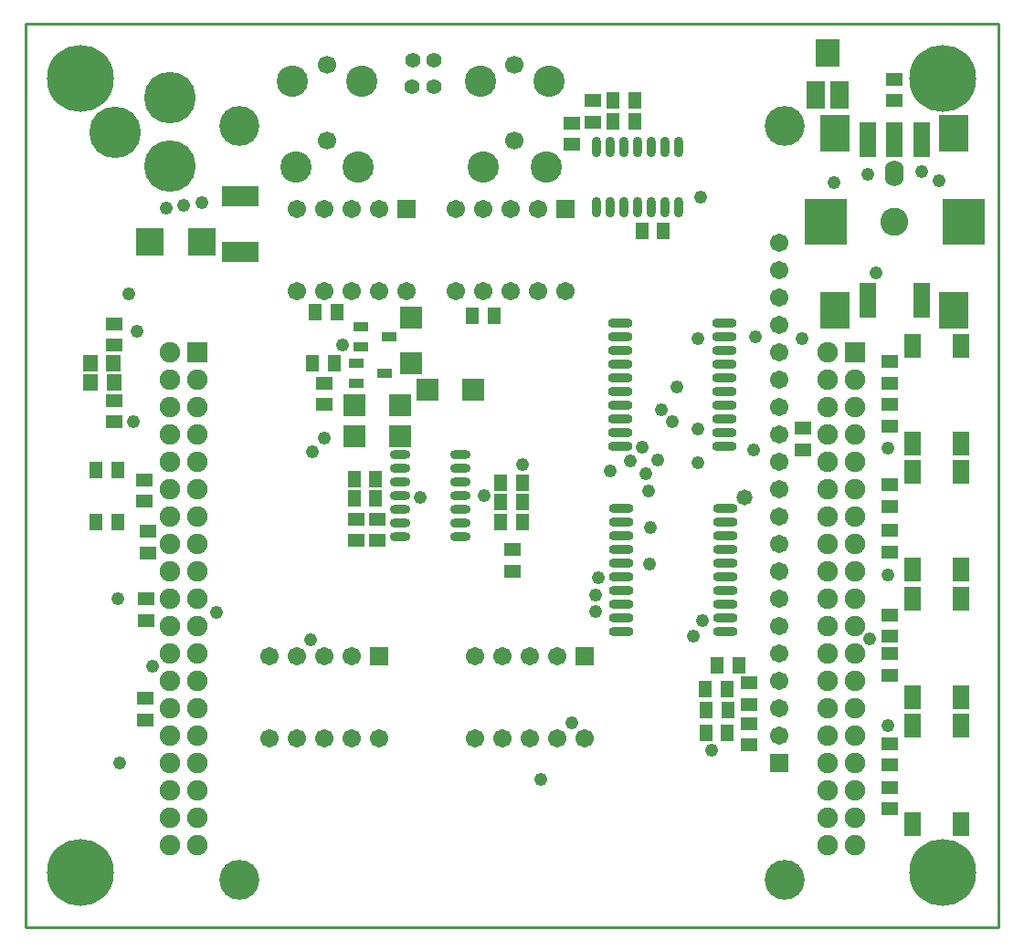
<source format=gts>
G04*
G04 #@! TF.GenerationSoftware,Altium Limited,Altium Designer,19.0.12 (326)*
G04*
G04 Layer_Color=8388736*
%FSLAX25Y25*%
%MOIN*%
G70*
G01*
G75*
%ADD10C,0.01000*%
%ADD11O,0.03359X0.07493*%
%ADD12O,0.07493X0.03359*%
%ADD13O,0.09068X0.03359*%
%ADD14R,0.05918X0.04737*%
%ADD15R,0.04737X0.05918*%
%ADD16R,0.06706X0.09855*%
%ADD17R,0.08674X0.09855*%
%ADD18R,0.05524X0.03359*%
%ADD19R,0.13202X0.07808*%
%ADD20R,0.10642X0.13398*%
%ADD21R,0.15564X0.16548*%
%ADD22R,0.05918X0.12611*%
%ADD23R,0.07887X0.07887*%
%ADD24R,0.07887X0.07887*%
%ADD25R,0.09855X0.09855*%
%ADD26R,0.05524X0.05918*%
%ADD27R,0.06312X0.09068*%
%ADD28R,0.06706X0.06706*%
%ADD29C,0.06706*%
%ADD30C,0.07493*%
%ADD31R,0.07493X0.07493*%
%ADD32R,0.06706X0.06706*%
%ADD33C,0.06706*%
%ADD34C,0.05600*%
%ADD35C,0.11430*%
%ADD36C,0.18800*%
%ADD37O,0.06902X0.09461*%
%ADD38C,0.24422*%
%ADD39C,0.04900*%
%ADD40C,0.14580*%
%ADD41C,0.06666*%
%ADD42C,0.10209*%
%ADD43C,0.05800*%
D10*
X0Y0D02*
Y330000D01*
X355000D01*
X0Y0D02*
X355000D01*
Y330000D01*
D11*
X238400Y284924D02*
D03*
X233400D02*
D03*
X228400D02*
D03*
X223400D02*
D03*
X218400D02*
D03*
X213400D02*
D03*
X208400D02*
D03*
X238400Y262876D02*
D03*
X233400D02*
D03*
X228400D02*
D03*
X223400D02*
D03*
X218400D02*
D03*
X213400D02*
D03*
X208400D02*
D03*
D12*
X158724Y142500D02*
D03*
Y147500D02*
D03*
Y152500D02*
D03*
Y157500D02*
D03*
Y162500D02*
D03*
Y167500D02*
D03*
Y172500D02*
D03*
X136676Y142500D02*
D03*
Y147500D02*
D03*
Y152500D02*
D03*
Y157500D02*
D03*
Y162500D02*
D03*
Y167500D02*
D03*
Y172500D02*
D03*
D13*
X255095Y175500D02*
D03*
Y180500D02*
D03*
Y185500D02*
D03*
Y190500D02*
D03*
Y195500D02*
D03*
Y200500D02*
D03*
Y205500D02*
D03*
Y210500D02*
D03*
Y215500D02*
D03*
Y220500D02*
D03*
X216905Y175500D02*
D03*
Y180500D02*
D03*
Y185500D02*
D03*
Y190500D02*
D03*
Y195500D02*
D03*
Y200500D02*
D03*
Y205500D02*
D03*
Y210500D02*
D03*
Y215500D02*
D03*
Y220500D02*
D03*
X217181Y153024D02*
D03*
Y148024D02*
D03*
Y143024D02*
D03*
Y138024D02*
D03*
Y133024D02*
D03*
Y128024D02*
D03*
Y123024D02*
D03*
Y118024D02*
D03*
Y113024D02*
D03*
Y108024D02*
D03*
X255370Y153024D02*
D03*
Y148024D02*
D03*
Y143024D02*
D03*
Y138024D02*
D03*
Y133024D02*
D03*
Y128024D02*
D03*
Y123024D02*
D03*
Y118024D02*
D03*
Y113024D02*
D03*
Y108024D02*
D03*
D14*
X206800Y293932D02*
D03*
Y301805D02*
D03*
X43800Y119850D02*
D03*
Y111976D02*
D03*
X44600Y136563D02*
D03*
Y144437D02*
D03*
X43500Y83537D02*
D03*
Y75663D02*
D03*
X43200Y155463D02*
D03*
Y163337D02*
D03*
X32100Y212500D02*
D03*
Y220374D02*
D03*
Y192374D02*
D03*
Y184500D02*
D03*
X315400Y206437D02*
D03*
Y198563D02*
D03*
Y161437D02*
D03*
Y153563D02*
D03*
Y113937D02*
D03*
Y106063D02*
D03*
Y67000D02*
D03*
Y59126D02*
D03*
Y190874D02*
D03*
Y183000D02*
D03*
Y144874D02*
D03*
Y137000D02*
D03*
Y99874D02*
D03*
Y92000D02*
D03*
Y50937D02*
D03*
Y43063D02*
D03*
X120500Y141109D02*
D03*
Y148983D02*
D03*
X199200Y293637D02*
D03*
Y285763D02*
D03*
X263800Y89137D02*
D03*
Y81263D02*
D03*
X263895Y74337D02*
D03*
Y66463D02*
D03*
X177500Y129963D02*
D03*
Y137837D02*
D03*
X108800Y198637D02*
D03*
Y190763D02*
D03*
X316800Y301763D02*
D03*
Y309637D02*
D03*
X283500Y174363D02*
D03*
Y182237D02*
D03*
X128200Y141163D02*
D03*
Y149037D02*
D03*
D15*
X214363Y301810D02*
D03*
X222237D02*
D03*
X33637Y148024D02*
D03*
X25763D02*
D03*
X33637Y166800D02*
D03*
X25763D02*
D03*
X224863Y254200D02*
D03*
X232737D02*
D03*
X119826Y156546D02*
D03*
X127700D02*
D03*
X252363Y95600D02*
D03*
X260237D02*
D03*
X112637Y206000D02*
D03*
X104763D02*
D03*
X105563Y224600D02*
D03*
X113437D02*
D03*
X181137Y155100D02*
D03*
X173263D02*
D03*
X256037Y71000D02*
D03*
X248163D02*
D03*
X163047Y223100D02*
D03*
X170921D02*
D03*
X248263Y79103D02*
D03*
X256137D02*
D03*
X255937Y86800D02*
D03*
X248063D02*
D03*
X222237Y294309D02*
D03*
X214363D02*
D03*
X127700Y163600D02*
D03*
X119826D02*
D03*
X173263Y148024D02*
D03*
X181137D02*
D03*
X173300Y162100D02*
D03*
X181174D02*
D03*
D16*
X296831Y303846D02*
D03*
X288169D02*
D03*
D17*
X292500Y319200D02*
D03*
D18*
X131024Y202300D02*
D03*
X120576Y206040D02*
D03*
Y198560D02*
D03*
X132549Y215540D02*
D03*
X122100Y219280D02*
D03*
Y211800D02*
D03*
D19*
X78150Y267000D02*
D03*
Y246410D02*
D03*
D20*
X295346Y225217D02*
D03*
X338654D02*
D03*
Y289784D02*
D03*
X295346D02*
D03*
D21*
X342098Y257500D02*
D03*
X291902D02*
D03*
D22*
X307157Y228760D02*
D03*
X326842D02*
D03*
Y287421D02*
D03*
X307157D02*
D03*
X317000D02*
D03*
D23*
X119972Y190702D02*
D03*
X136508D02*
D03*
Y179202D02*
D03*
X119972D02*
D03*
X146565Y196300D02*
D03*
X163100D02*
D03*
D24*
X140729Y222435D02*
D03*
Y205900D02*
D03*
D25*
X45251Y250300D02*
D03*
X64149D02*
D03*
D26*
X32094Y205900D02*
D03*
X23432D02*
D03*
X32100Y198800D02*
D03*
X23439D02*
D03*
D27*
X341358Y212350D02*
D03*
Y176524D02*
D03*
X323642D02*
D03*
Y212350D02*
D03*
X341358Y166350D02*
D03*
Y130524D02*
D03*
X323642D02*
D03*
Y166350D02*
D03*
X341358Y119850D02*
D03*
Y84024D02*
D03*
X323642D02*
D03*
Y119850D02*
D03*
X341358Y73413D02*
D03*
Y37587D02*
D03*
X323642D02*
D03*
Y73413D02*
D03*
D28*
X274819Y60000D02*
D03*
D29*
Y70000D02*
D03*
Y80000D02*
D03*
Y90000D02*
D03*
Y100000D02*
D03*
Y110000D02*
D03*
Y120000D02*
D03*
Y130000D02*
D03*
Y140000D02*
D03*
Y150000D02*
D03*
Y160000D02*
D03*
Y170000D02*
D03*
Y180000D02*
D03*
Y190000D02*
D03*
Y200000D02*
D03*
Y210000D02*
D03*
Y220000D02*
D03*
Y230000D02*
D03*
Y240000D02*
D03*
Y250000D02*
D03*
X129000Y262343D02*
D03*
X119000D02*
D03*
X109000D02*
D03*
X119000Y232343D02*
D03*
X109000D02*
D03*
X99000Y262343D02*
D03*
Y232343D02*
D03*
X129000D02*
D03*
X119000Y99000D02*
D03*
X109000D02*
D03*
X99000D02*
D03*
X109000Y69000D02*
D03*
X99000D02*
D03*
X89000Y99000D02*
D03*
Y69000D02*
D03*
X119000D02*
D03*
X187000Y262343D02*
D03*
X177000D02*
D03*
X167000D02*
D03*
X177000Y232343D02*
D03*
X167000D02*
D03*
X157000Y262343D02*
D03*
Y232343D02*
D03*
X187000D02*
D03*
X194000Y99000D02*
D03*
X184000D02*
D03*
X174000D02*
D03*
X184000Y69000D02*
D03*
X174000D02*
D03*
X164000Y99000D02*
D03*
Y69000D02*
D03*
X194000D02*
D03*
D30*
X292500Y30000D02*
D03*
X302500D02*
D03*
X292500Y40000D02*
D03*
X302500D02*
D03*
X292500Y50000D02*
D03*
X302500D02*
D03*
X292500Y60000D02*
D03*
X302500D02*
D03*
X292500Y70000D02*
D03*
X302500D02*
D03*
X292500Y80000D02*
D03*
X302500D02*
D03*
X292500Y90000D02*
D03*
X302500D02*
D03*
X292500Y100000D02*
D03*
X302500D02*
D03*
X292500Y110000D02*
D03*
X302500D02*
D03*
X292500Y120000D02*
D03*
X302500D02*
D03*
X292500Y130000D02*
D03*
X302500D02*
D03*
X292500Y140000D02*
D03*
X302500D02*
D03*
X292500Y150000D02*
D03*
X302500D02*
D03*
X292500Y160000D02*
D03*
X302500D02*
D03*
X292500Y170000D02*
D03*
X302500D02*
D03*
X292500Y180000D02*
D03*
X302500D02*
D03*
X292500Y190000D02*
D03*
X302500D02*
D03*
X292500Y200000D02*
D03*
X302500D02*
D03*
X292500Y210000D02*
D03*
X52500Y30000D02*
D03*
X62500D02*
D03*
X52500Y40000D02*
D03*
X62500D02*
D03*
X52500Y50000D02*
D03*
X62500D02*
D03*
X52500Y60000D02*
D03*
X62500D02*
D03*
X52500Y70000D02*
D03*
X62500D02*
D03*
X52500Y80000D02*
D03*
X62500D02*
D03*
X52500Y90000D02*
D03*
X62500D02*
D03*
X52500Y100000D02*
D03*
X62500D02*
D03*
X52500Y110000D02*
D03*
X62500D02*
D03*
X52500Y120000D02*
D03*
X62500D02*
D03*
X52500Y130000D02*
D03*
X62500D02*
D03*
X52500Y140000D02*
D03*
X62500D02*
D03*
X52500Y150000D02*
D03*
X62500D02*
D03*
X52500Y160000D02*
D03*
X62500D02*
D03*
X52500Y170000D02*
D03*
X62500D02*
D03*
X52500Y180000D02*
D03*
X62500D02*
D03*
X52500Y190000D02*
D03*
X62500D02*
D03*
X52500Y200000D02*
D03*
X62500D02*
D03*
X52500Y210000D02*
D03*
D31*
X302500D02*
D03*
X62500D02*
D03*
D32*
X139000Y262343D02*
D03*
X129000Y99000D02*
D03*
X197000Y262343D02*
D03*
X204000Y99000D02*
D03*
D33*
X139000Y232343D02*
D03*
X129000Y69000D02*
D03*
X197000Y232343D02*
D03*
X204000Y69000D02*
D03*
D34*
X148937Y307000D02*
D03*
X141063D02*
D03*
X141100Y316600D02*
D03*
X148974D02*
D03*
D35*
X166984Y277504D02*
D03*
X165803Y309000D02*
D03*
X189819Y277504D02*
D03*
X191000Y309000D02*
D03*
X98484Y277482D02*
D03*
X97303Y308978D02*
D03*
X121319Y277482D02*
D03*
X122500Y308978D02*
D03*
D36*
X32500Y290315D02*
D03*
X52500Y302815D02*
D03*
Y277815D02*
D03*
D37*
X317000Y275217D02*
D03*
D38*
X20000Y310000D02*
D03*
X334626D02*
D03*
Y20000D02*
D03*
X20000D02*
D03*
D39*
X46200Y95200D02*
D03*
X237698Y197100D02*
D03*
X246900Y111900D02*
D03*
X314500Y128500D02*
D03*
X308000Y105200D02*
D03*
X181200Y168800D02*
D03*
X104000Y104945D02*
D03*
X167300Y157600D02*
D03*
X115715Y212540D02*
D03*
X144000Y156900D02*
D03*
X104700Y173488D02*
D03*
X109000Y178500D02*
D03*
X250100Y64547D02*
D03*
X230431Y170600D02*
D03*
X226100Y165500D02*
D03*
X227807Y145776D02*
D03*
X39100Y184700D02*
D03*
X40700Y217400D02*
D03*
X246300Y266400D02*
D03*
X34380Y60000D02*
D03*
X33637Y120000D02*
D03*
X245400Y214800D02*
D03*
X69500Y115000D02*
D03*
X37600Y231251D02*
D03*
X307157Y274900D02*
D03*
X51400Y262600D02*
D03*
X64385Y264400D02*
D03*
X57600Y263700D02*
D03*
X187800Y53900D02*
D03*
X199100Y74400D02*
D03*
X333400Y272500D02*
D03*
X213100Y166400D02*
D03*
X266300Y215700D02*
D03*
X227700Y132552D02*
D03*
X227400Y159063D02*
D03*
X243600Y106200D02*
D03*
X245400Y169700D02*
D03*
X231802Y188756D02*
D03*
X224898Y175153D02*
D03*
X245100Y182000D02*
D03*
X236000Y184500D02*
D03*
X314487Y73400D02*
D03*
X314600Y174818D02*
D03*
X283400Y214800D02*
D03*
X265500Y174303D02*
D03*
X207803Y121254D02*
D03*
X207952Y115300D02*
D03*
X209000Y127500D02*
D03*
X220700Y170278D02*
D03*
X295000Y272000D02*
D03*
X326900Y276000D02*
D03*
X310300Y238800D02*
D03*
D40*
X276787Y292677D02*
D03*
Y17086D02*
D03*
X77969Y292677D02*
D03*
Y17086D02*
D03*
D41*
X178402Y314906D02*
D03*
Y287347D02*
D03*
X109902Y314883D02*
D03*
Y287324D02*
D03*
D42*
X317000Y257500D02*
D03*
D43*
X262250Y157050D02*
D03*
M02*

</source>
